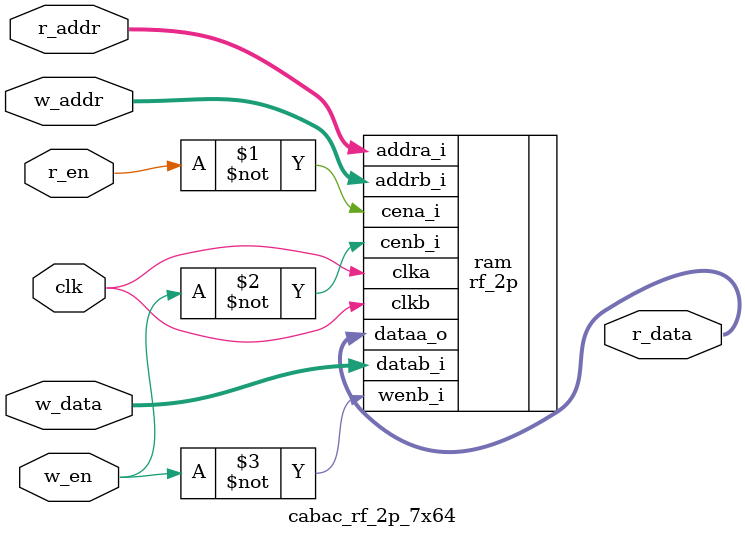
<source format=v>

`include "enc_defines.v"

module cabac_rf_2p_7x64 (
  clk    ,
  r_en   ,
  r_addr ,
  r_data ,
  w_en   ,
  w_addr ,
  w_data
);


//*** PARAMETER DECLARATION ****************************************************

  localparam Word_Width = 7 ;
  localparam Addr_Width = 6 ;


//*** INPUT/OUTPUT DECLARATION *************************************************

  input                       clk    ;
  input                       r_en   ;
  input  [Addr_Width-1 :0]    r_addr ;
  output [Word_Width-1 :0]    r_data ;
  input                       w_en   ;
  input  [Addr_Width-1 :0]    w_addr ;
  input  [Word_Width-1 :0]    w_data ;


//*** MAIN BODY ****************************************************************

  rf_2p #(
    .Addr_Width    ( Addr_Width    ),
    .Word_Width    ( Word_Width    )
  ) ram (
    .clka          ( clk           ),
    .cena_i        (~r_en          ),
    .addra_i       ( r_addr        ),
    .dataa_o       ( r_data        ),
    .clkb          ( clk           ),
    .cenb_i        (~w_en          ),
    .wenb_i        (~w_en          ),
    .addrb_i       ( w_addr        ),
    .datab_i       ( w_data        )
    );


endmodule

</source>
